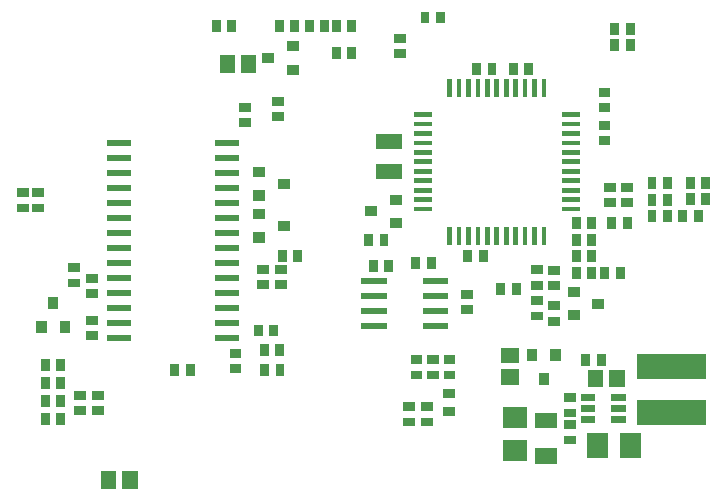
<source format=gbr>
G04 start of page 10 for group -4015 idx -4015 *
G04 Title: (unknown), toppaste *
G04 Creator: pcb 20091103 *
G04 CreationDate: Fri 29 Oct 2010 14:31:42 GMT UTC *
G04 For: thomas *
G04 Format: Gerber/RS-274X *
G04 PCB-Dimensions: 600000 500000 *
G04 PCB-Coordinate-Origin: lower left *
%MOIN*%
%FSLAX25Y25*%
%LNFRONTPASTE*%
%ADD20R,0.0295X0.0295*%
%ADD21R,0.0512X0.0512*%
%ADD22R,0.0340X0.0340*%
%ADD23R,0.0200X0.0200*%
%ADD24R,0.0490X0.0490*%
%ADD25R,0.0157X0.0157*%
%ADD26R,0.0240X0.0240*%
%ADD27R,0.0827X0.0827*%
%ADD28R,0.0690X0.0690*%
%ADD29R,0.0300X0.0300*%
G54D20*X155508Y165559D02*X156492D01*
X155508Y160441D02*X156492D01*
X267276Y240747D02*Y239763D01*
X272394Y240747D02*Y239763D01*
X77536Y116052D02*Y115068D01*
X82654Y116052D02*Y115068D01*
X77536Y122052D02*Y121068D01*
X82654Y122052D02*Y121068D01*
X74603Y191119D02*X75587D01*
X74603Y186001D02*X75587D01*
X125772Y132594D02*Y131610D01*
X120654Y132594D02*Y131610D01*
X200673Y135450D02*X201657D01*
X200673Y130332D02*X201657D01*
X240831Y165371D02*X241815D01*
X240831Y160253D02*X241815D01*
G54D28*X272425Y107405D02*Y106205D01*
X261425Y107405D02*Y106205D01*
G54D27*X278859Y117851D02*X293425D01*
X278859Y133205D02*X293425D01*
G54D20*X251933Y108646D02*X252917D01*
X251933Y113764D02*X252917D01*
G54D21*X243244Y103300D02*X245606D01*
X243244Y115110D02*X245606D01*
G54D20*X211697Y135450D02*X212681D01*
X211697Y130332D02*X212681D01*
X206185D02*X207169D01*
X206185Y135450D02*X207169D01*
X204133Y114646D02*X205117D01*
X204133Y119764D02*X205117D01*
X198133D02*X199117D01*
X198133Y114646D02*X199117D01*
X246639Y165174D02*X247623D01*
X246639Y160056D02*X247623D01*
X254512Y175902D02*Y174918D01*
X259630Y175902D02*Y174918D01*
X254512Y181414D02*Y180430D01*
X259630Y181414D02*Y180430D01*
X263962Y164879D02*Y163895D01*
X269080Y164879D02*Y163895D01*
X266323Y181414D02*Y180430D01*
X271441Y181414D02*Y180430D01*
G54D29*X211425Y124205D02*X212425D01*
X211425Y118205D02*X212425D01*
G54D28*X233425Y105205D02*X234625D01*
X233425Y116205D02*X234625D01*
G54D20*X186795Y167240D02*Y166256D01*
X191913Y167240D02*Y166256D01*
X254512Y170390D02*Y169406D01*
X259630Y170390D02*Y169406D01*
G54D21*X232032Y136748D02*X232818D01*
X232032Y129662D02*X232818D01*
G54D20*X251933Y122764D02*X252917D01*
X251933Y117646D02*X252917D01*
X257654Y135697D02*Y134713D01*
X262772Y135697D02*Y134713D01*
G54D22*X253349Y158008D02*X253949D01*
X253349Y150208D02*X253949D01*
X261549Y154108D02*X262149D01*
G54D20*X218292Y170390D02*Y169406D01*
X223410Y170390D02*Y169406D01*
X246639Y153363D02*X247623D01*
X246639Y148245D02*X247623D01*
X229316Y159367D02*Y158383D01*
X234434Y159367D02*Y158383D01*
G54D22*X194079Y180996D02*X194679D01*
X194079Y188796D02*X194679D01*
X185879Y184896D02*X186479D01*
G54D24*X190142Y198245D02*X193742D01*
X190142Y208245D02*X193742D01*
G54D22*X247538Y137405D02*Y136805D01*
X239738Y137405D02*Y136805D01*
X243638Y129205D02*Y128605D01*
G54D21*X267968Y129598D02*Y128812D01*
X260882Y129598D02*Y128812D01*
G54D26*X257075Y122905D02*X259475D01*
X257075Y119205D02*X259475D01*
X257075Y115505D02*X259475D01*
X267375D02*X269775D01*
X267375Y119205D02*X269775D01*
X267375Y122905D02*X269775D01*
G54D20*X259630Y164879D02*Y163895D01*
X254512Y164879D02*Y163895D01*
X297622Y189584D02*Y188600D01*
X292504Y189584D02*Y188600D01*
X263370Y208481D02*X264354D01*
X263370Y213599D02*X264354D01*
X270752Y192930D02*X271736D01*
X270752Y187812D02*X271736D01*
X263370Y224623D02*X264354D01*
X263370Y219505D02*X264354D01*
X200969Y168029D02*Y167045D01*
X206087Y168029D02*Y167045D01*
X267276Y246260D02*Y245276D01*
X272394Y246260D02*Y245276D01*
X279709Y194800D02*Y193816D01*
X284827Y194800D02*Y193816D01*
X292504Y194899D02*Y193915D01*
X297622Y194899D02*Y193915D01*
X289945Y183777D02*Y182793D01*
X295063Y183777D02*Y182793D01*
X217504Y157300D02*X218488D01*
X217504Y152182D02*X218488D01*
G54D23*X183728Y161651D02*X190228D01*
X183728Y156651D02*X190228D01*
X183728Y151651D02*X190228D01*
X183728Y146651D02*X190228D01*
X204228D02*X210728D01*
X204228Y151651D02*X210728D01*
X204228Y156651D02*X210728D01*
X204228Y161651D02*X210728D01*
G54D20*X148409Y145685D02*Y144701D01*
X153527Y145685D02*Y144701D01*
X284827Y189288D02*Y188304D01*
X279709Y189288D02*Y188304D01*
Y183777D02*Y182793D01*
X284827Y183777D02*Y182793D01*
G54D22*X159600Y232100D02*X160200D01*
X159600Y239900D02*X160200D01*
X151400Y236000D02*X152000D01*
G54D20*X92508Y157441D02*X93492D01*
X92508Y162559D02*X93492D01*
X92508Y143441D02*X93492D01*
X92508Y148559D02*X93492D01*
X94508Y118441D02*X95492D01*
X94508Y123559D02*X95492D01*
X233449Y232890D02*Y231906D01*
X238567Y232890D02*Y231906D01*
X156441Y170492D02*Y169508D01*
X161559Y170492D02*Y169508D01*
X204000Y249984D02*Y249000D01*
X209118Y249984D02*Y249000D01*
X154508Y216441D02*X155492D01*
X154508Y221559D02*X155492D01*
X195162Y237417D02*X196146D01*
X195162Y242535D02*X196146D01*
X221244Y232890D02*Y231906D01*
X226362Y232890D02*Y231906D01*
X150378Y139190D02*Y138206D01*
X155496Y139190D02*Y138206D01*
X77536Y134052D02*Y133068D01*
X82654Y134052D02*Y133068D01*
X185221Y175901D02*Y174917D01*
X190339Y175901D02*Y174917D01*
X69603Y186001D02*X70587D01*
X69603Y191119D02*X70587D01*
G54D22*X76200Y146600D02*Y146000D01*
X84000Y146600D02*Y146000D01*
X80100Y154800D02*Y154200D01*
G54D23*X99095Y207560D02*X105095D01*
X99095Y202560D02*X105095D01*
X99095Y197560D02*X105095D01*
X99095Y192560D02*X105095D01*
X99095Y187560D02*X105095D01*
X99095Y182560D02*X105095D01*
X99095Y177560D02*X105095D01*
X99095Y172560D02*X105095D01*
X99095Y167560D02*X105095D01*
X99095Y162560D02*X105095D01*
X99095Y157560D02*X105095D01*
X99095Y152560D02*X105095D01*
X99095Y147560D02*X105095D01*
X99095Y142560D02*X105095D01*
X135095D02*X141095D01*
X135095Y147560D02*X141095D01*
X135095Y152560D02*X141095D01*
X135095Y157560D02*X141095D01*
X135095Y162560D02*X141095D01*
X135095Y167560D02*X141095D01*
X135095Y172560D02*X141095D01*
X135095Y177560D02*X141095D01*
X135095Y182560D02*X141095D01*
X135095Y187560D02*X141095D01*
X135095Y192560D02*X141095D01*
X135095Y197560D02*X141095D01*
X135095Y202560D02*X141095D01*
X135095Y207560D02*X141095D01*
G54D21*X105653Y95661D02*Y94875D01*
X98567Y95661D02*Y94875D01*
G54D25*X201039Y217142D02*X205465D01*
X201039Y213993D02*X205465D01*
X201039Y210843D02*X205465D01*
X201039Y207694D02*X205465D01*
X201039Y204544D02*X205465D01*
X201039Y201394D02*X205465D01*
X201039Y198245D02*X205465D01*
X201039Y195095D02*X205465D01*
X201039Y191946D02*X205465D01*
X201039Y188796D02*X205465D01*
X201039Y185646D02*X205465D01*
X212189Y178922D02*Y174496D01*
X215338Y178922D02*Y174496D01*
X218488Y178922D02*Y174496D01*
X221637Y178922D02*Y174496D01*
X224787Y178922D02*Y174496D01*
X227937Y178922D02*Y174496D01*
X231086Y178922D02*Y174496D01*
X234236Y178922D02*Y174496D01*
X237385Y178922D02*Y174496D01*
X240535Y178922D02*Y174496D01*
X243685Y178922D02*Y174496D01*
X250409Y185646D02*X254835D01*
X250409Y188795D02*X254835D01*
X250409Y191945D02*X254835D01*
X250409Y195094D02*X254835D01*
X250409Y198244D02*X254835D01*
X250409Y201394D02*X254835D01*
X250409Y204543D02*X254835D01*
X250409Y207693D02*X254835D01*
X250409Y210842D02*X254835D01*
X250409Y213992D02*X254835D01*
X250409Y217142D02*X254835D01*
X243685Y228292D02*Y223866D01*
X240536Y228292D02*Y223866D01*
X237386Y228292D02*Y223866D01*
X234237Y228292D02*Y223866D01*
X231087Y228292D02*Y223866D01*
X227937Y228292D02*Y223866D01*
X224788Y228292D02*Y223866D01*
X221638Y228292D02*Y223866D01*
X218489Y228292D02*Y223866D01*
X215339Y228292D02*Y223866D01*
X212189Y228292D02*Y223866D01*
G54D20*X140339Y132496D02*X141323D01*
X140339Y137614D02*X141323D01*
X155693Y132594D02*Y131610D01*
X150575Y132594D02*Y131610D01*
X265240Y192930D02*X266224D01*
X265240Y187812D02*X266224D01*
X240831Y155135D02*X241815D01*
X240831Y150017D02*X241815D01*
X88508Y118441D02*X89492D01*
X88508Y123559D02*X89492D01*
X143508Y219559D02*X144492D01*
X143508Y214441D02*X144492D01*
G54D22*X148400Y184000D02*X149000D01*
X148400Y176200D02*X149000D01*
X156600Y180100D02*X157200D01*
X148400Y198000D02*X149000D01*
X148400Y190200D02*X149000D01*
X156600Y194100D02*X157200D01*
G54D20*X149508Y160441D02*X150492D01*
X149508Y165559D02*X150492D01*
X179654Y238052D02*Y237068D01*
X174536Y238052D02*Y237068D01*
X165536Y247052D02*Y246068D01*
X170654Y247052D02*Y246068D01*
X77536Y128052D02*Y127068D01*
X82654Y128052D02*Y127068D01*
X86603Y161001D02*X87587D01*
X86603Y166119D02*X87587D01*
X155536Y247052D02*Y246068D01*
X160654Y247052D02*Y246068D01*
G54D21*X138095Y234346D02*Y233560D01*
X145181Y234346D02*Y233560D01*
G54D20*X139654Y247052D02*Y246068D01*
X134536Y247052D02*Y246068D01*
X174536Y247052D02*Y246068D01*
X179654Y247052D02*Y246068D01*
M02*

</source>
